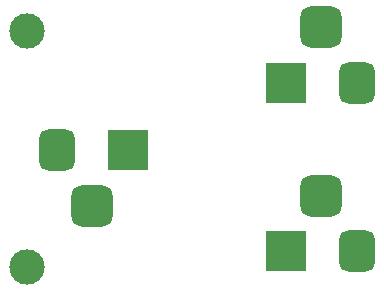
<source format=gbr>
%TF.GenerationSoftware,KiCad,Pcbnew,8.0.0*%
%TF.CreationDate,2024-03-29T21:08:27+01:00*%
%TF.ProjectId,Carte,43617274-652e-46b6-9963-61645f706362,rev?*%
%TF.SameCoordinates,Original*%
%TF.FileFunction,Soldermask,Top*%
%TF.FilePolarity,Negative*%
%FSLAX46Y46*%
G04 Gerber Fmt 4.6, Leading zero omitted, Abs format (unit mm)*
G04 Created by KiCad (PCBNEW 8.0.0) date 2024-03-29 21:08:27*
%MOMM*%
%LPD*%
G01*
G04 APERTURE LIST*
G04 Aperture macros list*
%AMRoundRect*
0 Rectangle with rounded corners*
0 $1 Rounding radius*
0 $2 $3 $4 $5 $6 $7 $8 $9 X,Y pos of 4 corners*
0 Add a 4 corners polygon primitive as box body*
4,1,4,$2,$3,$4,$5,$6,$7,$8,$9,$2,$3,0*
0 Add four circle primitives for the rounded corners*
1,1,$1+$1,$2,$3*
1,1,$1+$1,$4,$5*
1,1,$1+$1,$6,$7*
1,1,$1+$1,$8,$9*
0 Add four rect primitives between the rounded corners*
20,1,$1+$1,$2,$3,$4,$5,0*
20,1,$1+$1,$4,$5,$6,$7,0*
20,1,$1+$1,$6,$7,$8,$9,0*
20,1,$1+$1,$8,$9,$2,$3,0*%
G04 Aperture macros list end*
%ADD10R,3.500000X3.500000*%
%ADD11RoundRect,0.750000X0.750000X1.000000X-0.750000X1.000000X-0.750000X-1.000000X0.750000X-1.000000X0*%
%ADD12RoundRect,0.875000X0.875000X0.875000X-0.875000X0.875000X-0.875000X-0.875000X0.875000X-0.875000X0*%
%ADD13RoundRect,0.750000X-0.750000X-1.000000X0.750000X-1.000000X0.750000X1.000000X-0.750000X1.000000X0*%
%ADD14RoundRect,0.875000X-0.875000X-0.875000X0.875000X-0.875000X0.875000X0.875000X-0.875000X0.875000X0*%
%ADD15C,3.000000*%
G04 APERTURE END LIST*
D10*
%TO.C,J3*%
X108300000Y-73660000D03*
D11*
X114300000Y-73660000D03*
D12*
X111300000Y-68960000D03*
%TD*%
D10*
%TO.C,J1*%
X94900000Y-65082500D03*
D13*
X88900000Y-65082500D03*
D14*
X91900000Y-69782500D03*
%TD*%
D10*
%TO.C,J2*%
X108300000Y-59377500D03*
D11*
X114300000Y-59377500D03*
D12*
X111300000Y-54677500D03*
%TD*%
D15*
%TO.C,H2*%
X86360000Y-75000000D03*
%TD*%
%TO.C,H1*%
X86360000Y-55000000D03*
%TD*%
M02*

</source>
